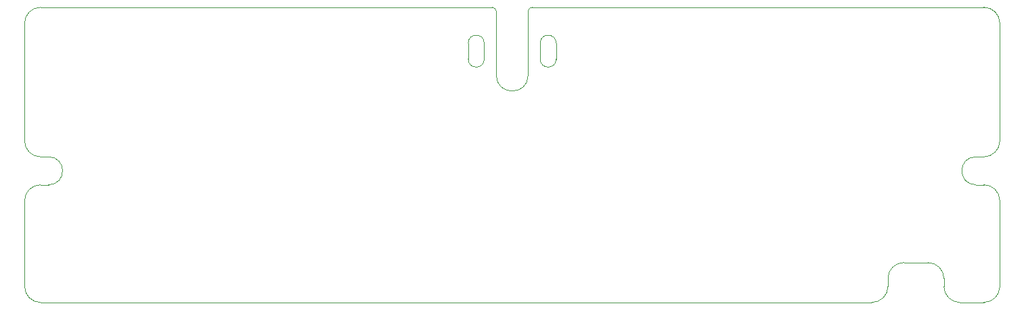
<source format=gbr>
%TF.GenerationSoftware,KiCad,Pcbnew,(6.0.0)*%
%TF.CreationDate,2022-05-14T21:45:35-04:00*%
%TF.ProjectId,V0-UmbilicalBoard,56302d55-6d62-4696-9c69-63616c426f61,rev?*%
%TF.SameCoordinates,Original*%
%TF.FileFunction,Profile,NP*%
%FSLAX46Y46*%
G04 Gerber Fmt 4.6, Leading zero omitted, Abs format (unit mm)*
G04 Created by KiCad (PCBNEW (6.0.0)) date 2022-05-14 21:45:35*
%MOMM*%
%LPD*%
G01*
G04 APERTURE LIST*
%TA.AperFunction,Profile*%
%ADD10C,0.050000*%
%TD*%
G04 APERTURE END LIST*
D10*
X97500000Y-81500000D02*
X41000000Y-81500000D01*
X102500000Y-81500000D02*
X159000000Y-81500000D01*
X98000000Y-82000000D02*
X98000000Y-90000000D01*
X102000000Y-82000000D02*
X102000000Y-90000000D01*
X103500000Y-88000000D02*
G75*
G03*
X105500000Y-88000000I1000000J0D01*
G01*
X105500000Y-88000000D02*
X105500000Y-86000000D01*
X94500000Y-88000000D02*
G75*
G03*
X96500000Y-88000000I1000000J0D01*
G01*
X96500000Y-86000000D02*
G75*
G03*
X94500000Y-86000000I-1000000J0D01*
G01*
X94500000Y-86000000D02*
X94500000Y-88000000D01*
X96500000Y-88000000D02*
X96500000Y-86000000D01*
X161000000Y-105750000D02*
G75*
G03*
X159000000Y-103750000I-1999999J1D01*
G01*
X102500000Y-81500000D02*
G75*
G03*
X102000000Y-82000000I1J-500001D01*
G01*
X152000000Y-113500000D02*
X149000000Y-113500000D01*
X42000000Y-103750000D02*
G75*
G03*
X42000000Y-100250000I0J1750000D01*
G01*
X154000000Y-115500000D02*
G75*
G03*
X152000000Y-113500000I-1999999J1D01*
G01*
X158000000Y-100250000D02*
G75*
G03*
X158000000Y-103750000I0J-1750000D01*
G01*
X42000000Y-100250000D02*
X41000000Y-100250000D01*
X41000000Y-103750000D02*
X42000000Y-103750000D01*
X39000000Y-116500000D02*
G75*
G03*
X41000000Y-118500000I1999999J-1D01*
G01*
X161000000Y-98250000D02*
X161000000Y-83500000D01*
X103500000Y-86000000D02*
X103500000Y-88000000D01*
X38999999Y-98250000D02*
G75*
G03*
X41000000Y-100250001I2000002J1D01*
G01*
X39000000Y-83500000D02*
X39000000Y-98250000D01*
X41000000Y-103750000D02*
G75*
G03*
X39000000Y-105750000I-1J-1999999D01*
G01*
X41000000Y-81500000D02*
G75*
G03*
X39000000Y-83500000I-1J-1999999D01*
G01*
X105500000Y-86000000D02*
G75*
G03*
X103500000Y-86000000I-1000000J0D01*
G01*
X158000000Y-103750000D02*
X159000000Y-103750000D01*
X159000000Y-100250000D02*
G75*
G03*
X161000000Y-98250000I1J1999999D01*
G01*
X161000000Y-116500000D02*
X161000000Y-105750000D01*
X39000000Y-105750000D02*
X39000000Y-116500000D01*
X147000000Y-115500000D02*
X147000000Y-116500000D01*
X159000000Y-100250000D02*
X158000000Y-100250000D01*
X154000000Y-116500000D02*
G75*
G03*
X156000000Y-118500000I1999999J-1D01*
G01*
X145000000Y-118500000D02*
G75*
G03*
X147000000Y-116500000I1J1999999D01*
G01*
X98000000Y-90000000D02*
G75*
G03*
X102000000Y-90000000I2000000J0D01*
G01*
X161000000Y-83500000D02*
G75*
G03*
X159000000Y-81500000I-1999999J1D01*
G01*
X159000000Y-118500000D02*
G75*
G03*
X161000000Y-116500000I1J1999999D01*
G01*
X154000000Y-116500000D02*
X154000000Y-115500000D01*
X156000000Y-118500000D02*
X159000000Y-118500000D01*
X98000000Y-82000000D02*
G75*
G03*
X97500000Y-81500000I-500001J-1D01*
G01*
X149000000Y-113500000D02*
G75*
G03*
X147000000Y-115500000I-1J-1999999D01*
G01*
X41000000Y-118500000D02*
X145000000Y-118500000D01*
M02*

</source>
